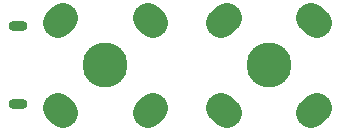
<source format=gbp>
G04 #@! TF.FileFunction,Paste,Bot*
%FSLAX46Y46*%
G04 Gerber Fmt 4.6, Leading zero omitted, Abs format (unit mm)*
G04 Created by KiCad (PCBNEW 4.0.7+dfsg1-1) date Sun Jan 28 21:58:49 2018*
%MOMM*%
%LPD*%
G01*
G04 APERTURE LIST*
%ADD10C,0.100000*%
%ADD11C,3.810000*%
%ADD12C,2.540000*%
%ADD13O,1.600000X0.900000*%
G04 APERTURE END LIST*
D10*
D11*
X137071100Y-105003600D03*
D12*
X141105606Y-108589094D02*
X140656594Y-109038106D01*
X141105606Y-101418106D02*
X140656594Y-100969094D01*
X133485606Y-100969094D02*
X133036594Y-101418106D01*
X133485606Y-109038106D02*
X133036594Y-108589094D01*
D11*
X123228100Y-105003600D03*
D12*
X119193594Y-101418106D02*
X119642606Y-100969094D01*
X119193594Y-108589094D02*
X119642606Y-109038106D01*
X126813594Y-109038106D02*
X127262606Y-108589094D01*
X126813594Y-100969094D02*
X127262606Y-101418106D01*
D13*
X115788100Y-101703600D03*
X115798100Y-108303600D03*
M02*

</source>
